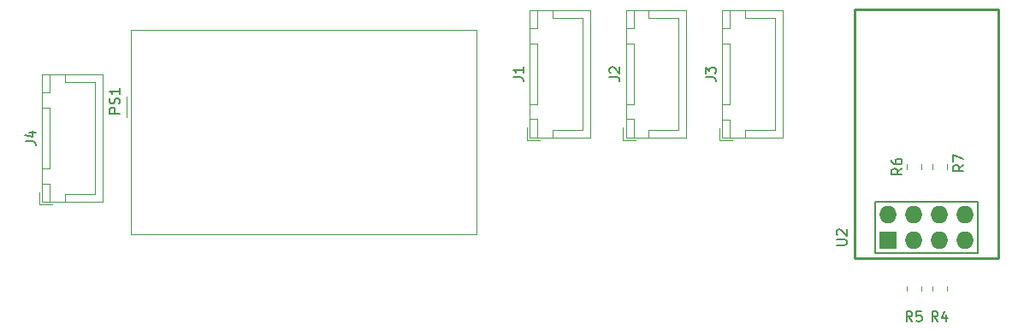
<source format=gbr>
%TF.GenerationSoftware,KiCad,Pcbnew,8.0.7*%
%TF.CreationDate,2025-01-26T18:01:06+01:00*%
%TF.ProjectId,ESP_PZEM004V3,4553505f-505a-4454-9d30-303456332e6b,rev?*%
%TF.SameCoordinates,Original*%
%TF.FileFunction,Legend,Top*%
%TF.FilePolarity,Positive*%
%FSLAX46Y46*%
G04 Gerber Fmt 4.6, Leading zero omitted, Abs format (unit mm)*
G04 Created by KiCad (PCBNEW 8.0.7) date 2025-01-26 18:01:06*
%MOMM*%
%LPD*%
G01*
G04 APERTURE LIST*
%ADD10C,0.150000*%
%ADD11C,0.120000*%
%ADD12C,0.254000*%
%ADD13C,0.152400*%
%ADD14R,1.727200X1.727200*%
%ADD15O,1.727200X1.727200*%
G04 APERTURE END LIST*
D10*
X143859819Y-91198333D02*
X144574104Y-91198333D01*
X144574104Y-91198333D02*
X144716961Y-91245952D01*
X144716961Y-91245952D02*
X144812200Y-91341190D01*
X144812200Y-91341190D02*
X144859819Y-91484047D01*
X144859819Y-91484047D02*
X144859819Y-91579285D01*
X144859819Y-90198333D02*
X144859819Y-90769761D01*
X144859819Y-90484047D02*
X143859819Y-90484047D01*
X143859819Y-90484047D02*
X144002676Y-90579285D01*
X144002676Y-90579285D02*
X144097914Y-90674523D01*
X144097914Y-90674523D02*
X144145533Y-90769761D01*
X153384819Y-91198333D02*
X154099104Y-91198333D01*
X154099104Y-91198333D02*
X154241961Y-91245952D01*
X154241961Y-91245952D02*
X154337200Y-91341190D01*
X154337200Y-91341190D02*
X154384819Y-91484047D01*
X154384819Y-91484047D02*
X154384819Y-91579285D01*
X153480057Y-90769761D02*
X153432438Y-90722142D01*
X153432438Y-90722142D02*
X153384819Y-90626904D01*
X153384819Y-90626904D02*
X153384819Y-90388809D01*
X153384819Y-90388809D02*
X153432438Y-90293571D01*
X153432438Y-90293571D02*
X153480057Y-90245952D01*
X153480057Y-90245952D02*
X153575295Y-90198333D01*
X153575295Y-90198333D02*
X153670533Y-90198333D01*
X153670533Y-90198333D02*
X153813390Y-90245952D01*
X153813390Y-90245952D02*
X154384819Y-90817380D01*
X154384819Y-90817380D02*
X154384819Y-90198333D01*
X162909819Y-91218333D02*
X163624104Y-91218333D01*
X163624104Y-91218333D02*
X163766961Y-91265952D01*
X163766961Y-91265952D02*
X163862200Y-91361190D01*
X163862200Y-91361190D02*
X163909819Y-91504047D01*
X163909819Y-91504047D02*
X163909819Y-91599285D01*
X162909819Y-90837380D02*
X162909819Y-90218333D01*
X162909819Y-90218333D02*
X163290771Y-90551666D01*
X163290771Y-90551666D02*
X163290771Y-90408809D01*
X163290771Y-90408809D02*
X163338390Y-90313571D01*
X163338390Y-90313571D02*
X163386009Y-90265952D01*
X163386009Y-90265952D02*
X163481247Y-90218333D01*
X163481247Y-90218333D02*
X163719342Y-90218333D01*
X163719342Y-90218333D02*
X163814580Y-90265952D01*
X163814580Y-90265952D02*
X163862200Y-90313571D01*
X163862200Y-90313571D02*
X163909819Y-90408809D01*
X163909819Y-90408809D02*
X163909819Y-90694523D01*
X163909819Y-90694523D02*
X163862200Y-90789761D01*
X163862200Y-90789761D02*
X163814580Y-90837380D01*
X182319819Y-100239166D02*
X181843628Y-100572499D01*
X182319819Y-100810594D02*
X181319819Y-100810594D01*
X181319819Y-100810594D02*
X181319819Y-100429642D01*
X181319819Y-100429642D02*
X181367438Y-100334404D01*
X181367438Y-100334404D02*
X181415057Y-100286785D01*
X181415057Y-100286785D02*
X181510295Y-100239166D01*
X181510295Y-100239166D02*
X181653152Y-100239166D01*
X181653152Y-100239166D02*
X181748390Y-100286785D01*
X181748390Y-100286785D02*
X181796009Y-100334404D01*
X181796009Y-100334404D02*
X181843628Y-100429642D01*
X181843628Y-100429642D02*
X181843628Y-100810594D01*
X181319819Y-99382023D02*
X181319819Y-99572499D01*
X181319819Y-99572499D02*
X181367438Y-99667737D01*
X181367438Y-99667737D02*
X181415057Y-99715356D01*
X181415057Y-99715356D02*
X181557914Y-99810594D01*
X181557914Y-99810594D02*
X181748390Y-99858213D01*
X181748390Y-99858213D02*
X182129342Y-99858213D01*
X182129342Y-99858213D02*
X182224580Y-99810594D01*
X182224580Y-99810594D02*
X182272200Y-99762975D01*
X182272200Y-99762975D02*
X182319819Y-99667737D01*
X182319819Y-99667737D02*
X182319819Y-99477261D01*
X182319819Y-99477261D02*
X182272200Y-99382023D01*
X182272200Y-99382023D02*
X182224580Y-99334404D01*
X182224580Y-99334404D02*
X182129342Y-99286785D01*
X182129342Y-99286785D02*
X181891247Y-99286785D01*
X181891247Y-99286785D02*
X181796009Y-99334404D01*
X181796009Y-99334404D02*
X181748390Y-99382023D01*
X181748390Y-99382023D02*
X181700771Y-99477261D01*
X181700771Y-99477261D02*
X181700771Y-99667737D01*
X181700771Y-99667737D02*
X181748390Y-99762975D01*
X181748390Y-99762975D02*
X181796009Y-99810594D01*
X181796009Y-99810594D02*
X181891247Y-99858213D01*
X95599819Y-97568333D02*
X96314104Y-97568333D01*
X96314104Y-97568333D02*
X96456961Y-97615952D01*
X96456961Y-97615952D02*
X96552200Y-97711190D01*
X96552200Y-97711190D02*
X96599819Y-97854047D01*
X96599819Y-97854047D02*
X96599819Y-97949285D01*
X95933152Y-96663571D02*
X96599819Y-96663571D01*
X95552200Y-96901666D02*
X96266485Y-97139761D01*
X96266485Y-97139761D02*
X96266485Y-96520714D01*
X183348333Y-115389819D02*
X183015000Y-114913628D01*
X182776905Y-115389819D02*
X182776905Y-114389819D01*
X182776905Y-114389819D02*
X183157857Y-114389819D01*
X183157857Y-114389819D02*
X183253095Y-114437438D01*
X183253095Y-114437438D02*
X183300714Y-114485057D01*
X183300714Y-114485057D02*
X183348333Y-114580295D01*
X183348333Y-114580295D02*
X183348333Y-114723152D01*
X183348333Y-114723152D02*
X183300714Y-114818390D01*
X183300714Y-114818390D02*
X183253095Y-114866009D01*
X183253095Y-114866009D02*
X183157857Y-114913628D01*
X183157857Y-114913628D02*
X182776905Y-114913628D01*
X184253095Y-114389819D02*
X183776905Y-114389819D01*
X183776905Y-114389819D02*
X183729286Y-114866009D01*
X183729286Y-114866009D02*
X183776905Y-114818390D01*
X183776905Y-114818390D02*
X183872143Y-114770771D01*
X183872143Y-114770771D02*
X184110238Y-114770771D01*
X184110238Y-114770771D02*
X184205476Y-114818390D01*
X184205476Y-114818390D02*
X184253095Y-114866009D01*
X184253095Y-114866009D02*
X184300714Y-114961247D01*
X184300714Y-114961247D02*
X184300714Y-115199342D01*
X184300714Y-115199342D02*
X184253095Y-115294580D01*
X184253095Y-115294580D02*
X184205476Y-115342200D01*
X184205476Y-115342200D02*
X184110238Y-115389819D01*
X184110238Y-115389819D02*
X183872143Y-115389819D01*
X183872143Y-115389819D02*
X183776905Y-115342200D01*
X183776905Y-115342200D02*
X183729286Y-115294580D01*
X175857819Y-107842904D02*
X176667342Y-107842904D01*
X176667342Y-107842904D02*
X176762580Y-107795285D01*
X176762580Y-107795285D02*
X176810200Y-107747666D01*
X176810200Y-107747666D02*
X176857819Y-107652428D01*
X176857819Y-107652428D02*
X176857819Y-107461952D01*
X176857819Y-107461952D02*
X176810200Y-107366714D01*
X176810200Y-107366714D02*
X176762580Y-107319095D01*
X176762580Y-107319095D02*
X176667342Y-107271476D01*
X176667342Y-107271476D02*
X175857819Y-107271476D01*
X175953057Y-106842904D02*
X175905438Y-106795285D01*
X175905438Y-106795285D02*
X175857819Y-106700047D01*
X175857819Y-106700047D02*
X175857819Y-106461952D01*
X175857819Y-106461952D02*
X175905438Y-106366714D01*
X175905438Y-106366714D02*
X175953057Y-106319095D01*
X175953057Y-106319095D02*
X176048295Y-106271476D01*
X176048295Y-106271476D02*
X176143533Y-106271476D01*
X176143533Y-106271476D02*
X176286390Y-106319095D01*
X176286390Y-106319095D02*
X176857819Y-106890523D01*
X176857819Y-106890523D02*
X176857819Y-106271476D01*
X188414819Y-99881666D02*
X187938628Y-100214999D01*
X188414819Y-100453094D02*
X187414819Y-100453094D01*
X187414819Y-100453094D02*
X187414819Y-100072142D01*
X187414819Y-100072142D02*
X187462438Y-99976904D01*
X187462438Y-99976904D02*
X187510057Y-99929285D01*
X187510057Y-99929285D02*
X187605295Y-99881666D01*
X187605295Y-99881666D02*
X187748152Y-99881666D01*
X187748152Y-99881666D02*
X187843390Y-99929285D01*
X187843390Y-99929285D02*
X187891009Y-99976904D01*
X187891009Y-99976904D02*
X187938628Y-100072142D01*
X187938628Y-100072142D02*
X187938628Y-100453094D01*
X187414819Y-99548332D02*
X187414819Y-98881666D01*
X187414819Y-98881666D02*
X188414819Y-99310237D01*
X185888333Y-115389819D02*
X185555000Y-114913628D01*
X185316905Y-115389819D02*
X185316905Y-114389819D01*
X185316905Y-114389819D02*
X185697857Y-114389819D01*
X185697857Y-114389819D02*
X185793095Y-114437438D01*
X185793095Y-114437438D02*
X185840714Y-114485057D01*
X185840714Y-114485057D02*
X185888333Y-114580295D01*
X185888333Y-114580295D02*
X185888333Y-114723152D01*
X185888333Y-114723152D02*
X185840714Y-114818390D01*
X185840714Y-114818390D02*
X185793095Y-114866009D01*
X185793095Y-114866009D02*
X185697857Y-114913628D01*
X185697857Y-114913628D02*
X185316905Y-114913628D01*
X186745476Y-114723152D02*
X186745476Y-115389819D01*
X186507381Y-114342200D02*
X186269286Y-115056485D01*
X186269286Y-115056485D02*
X186888333Y-115056485D01*
X104909819Y-94784285D02*
X103909819Y-94784285D01*
X103909819Y-94784285D02*
X103909819Y-94403333D01*
X103909819Y-94403333D02*
X103957438Y-94308095D01*
X103957438Y-94308095D02*
X104005057Y-94260476D01*
X104005057Y-94260476D02*
X104100295Y-94212857D01*
X104100295Y-94212857D02*
X104243152Y-94212857D01*
X104243152Y-94212857D02*
X104338390Y-94260476D01*
X104338390Y-94260476D02*
X104386009Y-94308095D01*
X104386009Y-94308095D02*
X104433628Y-94403333D01*
X104433628Y-94403333D02*
X104433628Y-94784285D01*
X104862200Y-93831904D02*
X104909819Y-93689047D01*
X104909819Y-93689047D02*
X104909819Y-93450952D01*
X104909819Y-93450952D02*
X104862200Y-93355714D01*
X104862200Y-93355714D02*
X104814580Y-93308095D01*
X104814580Y-93308095D02*
X104719342Y-93260476D01*
X104719342Y-93260476D02*
X104624104Y-93260476D01*
X104624104Y-93260476D02*
X104528866Y-93308095D01*
X104528866Y-93308095D02*
X104481247Y-93355714D01*
X104481247Y-93355714D02*
X104433628Y-93450952D01*
X104433628Y-93450952D02*
X104386009Y-93641428D01*
X104386009Y-93641428D02*
X104338390Y-93736666D01*
X104338390Y-93736666D02*
X104290771Y-93784285D01*
X104290771Y-93784285D02*
X104195533Y-93831904D01*
X104195533Y-93831904D02*
X104100295Y-93831904D01*
X104100295Y-93831904D02*
X104005057Y-93784285D01*
X104005057Y-93784285D02*
X103957438Y-93736666D01*
X103957438Y-93736666D02*
X103909819Y-93641428D01*
X103909819Y-93641428D02*
X103909819Y-93403333D01*
X103909819Y-93403333D02*
X103957438Y-93260476D01*
X104909819Y-92308095D02*
X104909819Y-92879523D01*
X104909819Y-92593809D02*
X103909819Y-92593809D01*
X103909819Y-92593809D02*
X104052676Y-92689047D01*
X104052676Y-92689047D02*
X104147914Y-92784285D01*
X104147914Y-92784285D02*
X104195533Y-92879523D01*
D11*
%TO.C,J1*%
X145205000Y-97465000D02*
X146455000Y-97465000D01*
X145495000Y-97175000D02*
X151465000Y-97175000D01*
X151465000Y-97175000D02*
X151465000Y-84555000D01*
X145505000Y-97165000D02*
X146255000Y-97165000D01*
X146255000Y-97165000D02*
X146255000Y-95365000D01*
X147755000Y-97165000D02*
X147755000Y-96415000D01*
X147755000Y-96415000D02*
X150705000Y-96415000D01*
X150705000Y-96415000D02*
X150705000Y-90865000D01*
X145205000Y-96215000D02*
X145205000Y-97465000D01*
X145505000Y-95365000D02*
X145505000Y-97165000D01*
X146255000Y-95365000D02*
X145505000Y-95365000D01*
X145505000Y-93865000D02*
X146255000Y-93865000D01*
X146255000Y-93865000D02*
X146255000Y-87865000D01*
X145505000Y-87865000D02*
X145505000Y-93865000D01*
X146255000Y-87865000D02*
X145505000Y-87865000D01*
X145505000Y-86365000D02*
X146255000Y-86365000D01*
X146255000Y-86365000D02*
X146255000Y-84565000D01*
X147755000Y-85315000D02*
X150705000Y-85315000D01*
X150705000Y-85315000D02*
X150705000Y-90865000D01*
X145505000Y-84565000D02*
X145505000Y-86365000D01*
X146255000Y-84565000D02*
X145505000Y-84565000D01*
X147755000Y-84565000D02*
X147755000Y-85315000D01*
X145495000Y-84555000D02*
X145495000Y-97175000D01*
X151465000Y-84555000D02*
X145495000Y-84555000D01*
%TO.C,J2*%
X154730000Y-97465000D02*
X155980000Y-97465000D01*
X155020000Y-97175000D02*
X160990000Y-97175000D01*
X160990000Y-97175000D02*
X160990000Y-84555000D01*
X155030000Y-97165000D02*
X155780000Y-97165000D01*
X155780000Y-97165000D02*
X155780000Y-95365000D01*
X157280000Y-97165000D02*
X157280000Y-96415000D01*
X157280000Y-96415000D02*
X160230000Y-96415000D01*
X160230000Y-96415000D02*
X160230000Y-90865000D01*
X154730000Y-96215000D02*
X154730000Y-97465000D01*
X155030000Y-95365000D02*
X155030000Y-97165000D01*
X155780000Y-95365000D02*
X155030000Y-95365000D01*
X155030000Y-93865000D02*
X155780000Y-93865000D01*
X155780000Y-93865000D02*
X155780000Y-87865000D01*
X155030000Y-87865000D02*
X155030000Y-93865000D01*
X155780000Y-87865000D02*
X155030000Y-87865000D01*
X155030000Y-86365000D02*
X155780000Y-86365000D01*
X155780000Y-86365000D02*
X155780000Y-84565000D01*
X157280000Y-85315000D02*
X160230000Y-85315000D01*
X160230000Y-85315000D02*
X160230000Y-90865000D01*
X155030000Y-84565000D02*
X155030000Y-86365000D01*
X155780000Y-84565000D02*
X155030000Y-84565000D01*
X157280000Y-84565000D02*
X157280000Y-85315000D01*
X155020000Y-84555000D02*
X155020000Y-97175000D01*
X160990000Y-84555000D02*
X155020000Y-84555000D01*
%TO.C,J3*%
X164255000Y-97485000D02*
X165505000Y-97485000D01*
X164545000Y-97195000D02*
X170515000Y-97195000D01*
X170515000Y-97195000D02*
X170515000Y-84575000D01*
X164555000Y-97185000D02*
X165305000Y-97185000D01*
X165305000Y-97185000D02*
X165305000Y-95385000D01*
X166805000Y-97185000D02*
X166805000Y-96435000D01*
X166805000Y-96435000D02*
X169755000Y-96435000D01*
X169755000Y-96435000D02*
X169755000Y-90885000D01*
X164255000Y-96235000D02*
X164255000Y-97485000D01*
X164555000Y-95385000D02*
X164555000Y-97185000D01*
X165305000Y-95385000D02*
X164555000Y-95385000D01*
X164555000Y-93885000D02*
X165305000Y-93885000D01*
X165305000Y-93885000D02*
X165305000Y-87885000D01*
X164555000Y-87885000D02*
X164555000Y-93885000D01*
X165305000Y-87885000D02*
X164555000Y-87885000D01*
X164555000Y-86385000D02*
X165305000Y-86385000D01*
X165305000Y-86385000D02*
X165305000Y-84585000D01*
X166805000Y-85335000D02*
X169755000Y-85335000D01*
X169755000Y-85335000D02*
X169755000Y-90885000D01*
X164555000Y-84585000D02*
X164555000Y-86385000D01*
X165305000Y-84585000D02*
X164555000Y-84585000D01*
X166805000Y-84585000D02*
X166805000Y-85335000D01*
X164545000Y-84575000D02*
X164545000Y-97195000D01*
X170515000Y-84575000D02*
X164545000Y-84575000D01*
%TO.C,R6*%
X182780000Y-100299564D02*
X182780000Y-99845436D01*
X184250000Y-100299564D02*
X184250000Y-99845436D01*
%TO.C,J4*%
X96945000Y-103835000D02*
X98195000Y-103835000D01*
X97235000Y-103545000D02*
X103205000Y-103545000D01*
X103205000Y-103545000D02*
X103205000Y-90925000D01*
X97245000Y-103535000D02*
X97995000Y-103535000D01*
X97995000Y-103535000D02*
X97995000Y-101735000D01*
X99495000Y-103535000D02*
X99495000Y-102785000D01*
X99495000Y-102785000D02*
X102445000Y-102785000D01*
X102445000Y-102785000D02*
X102445000Y-97235000D01*
X96945000Y-102585000D02*
X96945000Y-103835000D01*
X97245000Y-101735000D02*
X97245000Y-103535000D01*
X97995000Y-101735000D02*
X97245000Y-101735000D01*
X97245000Y-100235000D02*
X97995000Y-100235000D01*
X97995000Y-100235000D02*
X97995000Y-94235000D01*
X97245000Y-94235000D02*
X97245000Y-100235000D01*
X97995000Y-94235000D02*
X97245000Y-94235000D01*
X97245000Y-92735000D02*
X97995000Y-92735000D01*
X97995000Y-92735000D02*
X97995000Y-90935000D01*
X99495000Y-91685000D02*
X102445000Y-91685000D01*
X102445000Y-91685000D02*
X102445000Y-97235000D01*
X97245000Y-90935000D02*
X97245000Y-92735000D01*
X97995000Y-90935000D02*
X97245000Y-90935000D01*
X99495000Y-90935000D02*
X99495000Y-91685000D01*
X97235000Y-90925000D02*
X97235000Y-103545000D01*
X103205000Y-90925000D02*
X97235000Y-90925000D01*
%TO.C,R5*%
X182780000Y-112344564D02*
X182780000Y-111890436D01*
X184250000Y-112344564D02*
X184250000Y-111890436D01*
D12*
%TO.C,U2*%
X177673000Y-109113000D02*
X177673000Y-84475000D01*
X191897000Y-109113000D02*
X177673000Y-109113000D01*
D13*
X179705000Y-108605000D02*
X182245000Y-108605000D01*
X182245000Y-108605000D02*
X189865000Y-108605000D01*
X189865000Y-108605000D02*
X189865000Y-103525000D01*
X179705000Y-106065000D02*
X179705000Y-108605000D01*
X179705000Y-103525000D02*
X179705000Y-106065000D01*
X189865000Y-103525000D02*
X179705000Y-103525000D01*
D12*
X177673000Y-84475000D02*
X191897000Y-84475000D01*
X191897000Y-84475000D02*
X191897000Y-109113000D01*
D11*
%TO.C,R7*%
X185320000Y-100299564D02*
X185320000Y-99845436D01*
X186790000Y-100299564D02*
X186790000Y-99845436D01*
%TO.C,R4*%
X185320000Y-112344564D02*
X185320000Y-111890436D01*
X186790000Y-112344564D02*
X186790000Y-111890436D01*
%TO.C,PS1*%
X105605000Y-93120000D02*
X105605000Y-95130000D01*
X105995000Y-86520000D02*
X105995000Y-106720000D01*
X105995000Y-106720000D02*
X140195000Y-106720000D01*
X140195000Y-86520000D02*
X105995000Y-86520000D01*
X140195000Y-106720000D02*
X140195000Y-86520000D01*
%TD*%
D14*
%TO.C,U2*%
X180975000Y-107335000D03*
D15*
X180975000Y-104795000D03*
X183515000Y-107335000D03*
X183515000Y-104795000D03*
X186055000Y-107335000D03*
X186055000Y-104795000D03*
X188595000Y-107335000D03*
X188595000Y-104795000D03*
%TD*%
M02*

</source>
